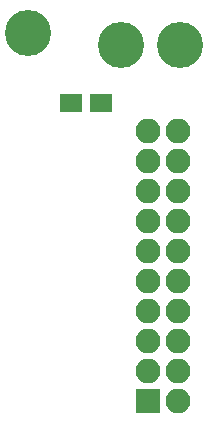
<source format=gbr>
G04 #@! TF.FileFunction,Soldermask,Bot*
%FSLAX46Y46*%
G04 Gerber Fmt 4.6, Leading zero omitted, Abs format (unit mm)*
G04 Created by KiCad (PCBNEW 4.0.6) date 06/16/19 22:16:32*
%MOMM*%
%LPD*%
G01*
G04 APERTURE LIST*
%ADD10C,0.100000*%
%ADD11R,1.900000X1.650000*%
%ADD12C,3.900000*%
%ADD13R,2.100000X2.100000*%
%ADD14O,2.100000X2.100000*%
G04 APERTURE END LIST*
D10*
D11*
X175350000Y-91650000D03*
X177850000Y-91650000D03*
D12*
X184600000Y-86800000D03*
X179600000Y-86800000D03*
D13*
X181860000Y-116950000D03*
D14*
X184400000Y-116950000D03*
X181860000Y-114410000D03*
X184400000Y-114410000D03*
X181860000Y-111870000D03*
X184400000Y-111870000D03*
X181860000Y-109330000D03*
X184400000Y-109330000D03*
X181860000Y-106790000D03*
X184400000Y-106790000D03*
X181860000Y-104250000D03*
X184400000Y-104250000D03*
X181860000Y-101710000D03*
X184400000Y-101710000D03*
X181860000Y-99170000D03*
X184400000Y-99170000D03*
X181860000Y-96630000D03*
X184400000Y-96630000D03*
X181860000Y-94090000D03*
X184400000Y-94090000D03*
D12*
X171700000Y-85750000D03*
M02*

</source>
